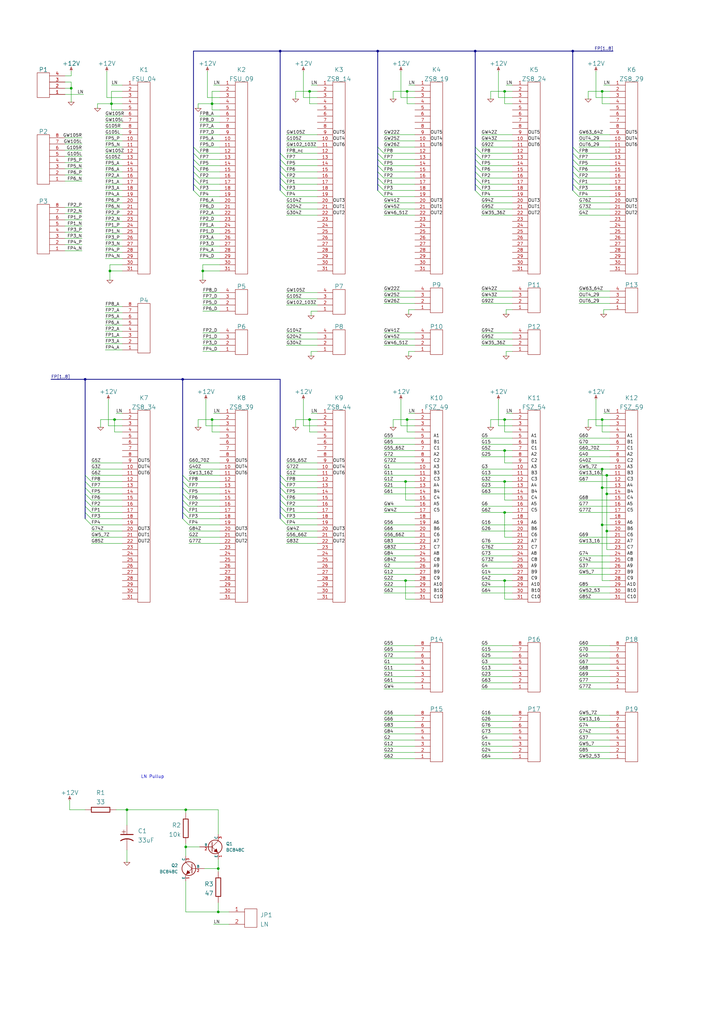
<source format=kicad_sch>
(kicad_sch (version 20211123) (generator eeschema)
  (paper "A3" portrait)
  (title_block (title "Bahnhof B Etage 31\\nBackplane") (date "2023-01-04") (rev "0435 -") (company "MV"))
  (junction (at 83.185 111.125))
  (junction (at 207.01 210.185))
  (junction (at 207.01 172.085))
  (junction (at 207.01 238.125))
  (junction (at 167.005 37.465))
  (junction (at 247.015 200.025))
  (junction (at 86.995 172.085))
  (junction (at 194.945 20.955))
  (junction (at 248.92 217.805))
  (junction (at 248.92 202.565))
  (junction (at 166.37 238.125))
  (junction (at 52.07 332.105))
  (junction (at 29.21 36.195))
  (junction (at 45.72 42.545))
  (junction (at 154.94 20.955))
  (junction (at 45.085 111.125))
  (junction (at 89.535 374.015))
  (junction (at 46.99 172.085))
  (junction (at 114.935 20.955))
  (junction (at 247.015 37.465))
  (junction (at 89.535 356.235))
  (junction (at 247.015 215.265))
  (junction (at 76.2 347.345))
  (junction (at 127 37.465))
  (junction (at 34.925 155.575))
  (junction (at 248.92 194.945))
  (junction (at 207.01 184.785))
  (junction (at 234.95 20.955))
  (junction (at 166.37 197.485))
  (junction (at 86.995 42.545))
  (junction (at 207.01 197.485))
  (junction (at 247.015 172.085))
  (junction (at 76.2 332.105))
  (junction (at 74.93 155.575))
  (junction (at 247.015 192.405))
  (junction (at 207.01 37.465))
  (junction (at 167.005 172.085))
  (junction (at 127 172.085))
  (bus_entry (at 79.375 78.105) (size 2.54 2.54))
  (bus_entry (at 154.94 70.485) (size 2.54 2.54))
  (bus_entry (at 114.935 67.945) (size 2.54 2.54))
  (bus_entry (at 114.935 73.025) (size 2.54 2.54))
  (bus_entry (at 79.375 62.865) (size 2.54 2.54))
  (bus_entry (at 34.925 207.645) (size 2.54 2.54))
  (bus_entry (at 34.925 194.945) (size 2.54 2.54))
  (bus_entry (at 79.375 60.325) (size 2.54 2.54))
  (bus_entry (at 114.935 212.725) (size 2.54 2.54))
  (bus_entry (at 79.375 75.565) (size 2.54 2.54))
  (bus_entry (at 114.935 70.485) (size 2.54 2.54))
  (bus_entry (at 234.95 62.865) (size 2.54 2.54))
  (bus_entry (at 194.945 78.105) (size 2.54 2.54))
  (bus_entry (at 114.935 194.945) (size 2.54 2.54))
  (bus_entry (at 114.935 197.485) (size 2.54 2.54))
  (bus_entry (at 234.95 60.325) (size 2.54 2.54))
  (bus_entry (at 194.945 65.405) (size 2.54 2.54))
  (bus_entry (at 79.375 67.945) (size 2.54 2.54))
  (bus_entry (at 74.93 205.105) (size 2.54 2.54))
  (bus_entry (at 74.93 207.645) (size 2.54 2.54))
  (bus_entry (at 34.925 202.565) (size 2.54 2.54))
  (bus_entry (at 114.935 202.565) (size 2.54 2.54))
  (bus_entry (at 194.945 73.025) (size 2.54 2.54))
  (bus_entry (at 194.945 70.485) (size 2.54 2.54))
  (bus_entry (at 114.935 205.105) (size 2.54 2.54))
  (bus_entry (at 154.94 67.945) (size 2.54 2.54))
  (bus_entry (at 234.95 75.565) (size 2.54 2.54))
  (bus_entry (at 79.375 70.485) (size 2.54 2.54))
  (bus_entry (at 34.925 210.185) (size 2.54 2.54))
  (bus_entry (at 234.95 70.485) (size 2.54 2.54))
  (bus_entry (at 234.95 67.945) (size 2.54 2.54))
  (bus_entry (at 114.935 78.105) (size 2.54 2.54))
  (bus_entry (at 74.93 212.725) (size 2.54 2.54))
  (bus_entry (at 114.935 200.025) (size 2.54 2.54))
  (bus_entry (at 154.94 78.105) (size 2.54 2.54))
  (bus_entry (at 74.93 197.485) (size 2.54 2.54))
  (bus_entry (at 74.93 210.185) (size 2.54 2.54))
  (bus_entry (at 154.94 73.025) (size 2.54 2.54))
  (bus_entry (at 74.93 202.565) (size 2.54 2.54))
  (bus_entry (at 34.925 212.725) (size 2.54 2.54))
  (bus_entry (at 194.945 60.325) (size 2.54 2.54))
  (bus_entry (at 154.94 60.325) (size 2.54 2.54))
  (bus_entry (at 34.925 197.485) (size 2.54 2.54))
  (bus_entry (at 79.375 65.405) (size 2.54 2.54))
  (bus_entry (at 34.925 200.025) (size 2.54 2.54))
  (bus_entry (at 114.935 207.645) (size 2.54 2.54))
  (bus_entry (at 74.93 200.025) (size 2.54 2.54))
  (bus_entry (at 234.95 73.025) (size 2.54 2.54))
  (bus_entry (at 114.935 65.405) (size 2.54 2.54))
  (bus_entry (at 79.375 73.025) (size 2.54 2.54))
  (bus_entry (at 34.925 205.105) (size 2.54 2.54))
  (bus_entry (at 194.945 67.945) (size 2.54 2.54))
  (bus_entry (at 154.94 62.865) (size 2.54 2.54))
  (bus_entry (at 194.945 62.865) (size 2.54 2.54))
  (bus_entry (at 114.935 62.865) (size 2.54 2.54))
  (bus_entry (at 114.935 210.185) (size 2.54 2.54))
  (bus_entry (at 234.95 78.105) (size 2.54 2.54))
  (bus_entry (at 74.93 194.945) (size 2.54 2.54))
  (bus_entry (at 154.94 65.405) (size 2.54 2.54))
  (bus_entry (at 234.95 65.405) (size 2.54 2.54))
  (bus_entry (at 114.935 75.565) (size 2.54 2.54))
  (bus_entry (at 194.945 75.565) (size 2.54 2.54))
  (bus_entry (at 154.94 75.565) (size 2.54 2.54))
  (wire (pts (xy 50.165 60.325) (xy 43.18 60.325)))
  (bus (pts (xy 34.925 205.105) (xy 34.925 202.565)))
  (wire (pts (xy 37.465 192.405) (xy 50.165 192.405)))
  (wire (pts (xy 50.165 78.105) (xy 43.18 78.105)))
  (wire (pts (xy 52.07 332.105) (xy 52.07 338.455)))
  (bus (pts (xy 114.935 200.025) (xy 114.935 197.485)))
  (wire (pts (xy 237.49 119.38) (xy 250.19 119.38)))
  (wire (pts (xy 117.475 192.405) (xy 130.175 192.405)))
  (wire (pts (xy 237.49 295.91) (xy 250.19 295.91)))
  (wire (pts (xy 197.485 124.46) (xy 210.185 124.46)))
  (wire (pts (xy 244.475 174.625) (xy 250.19 174.625)))
  (wire (pts (xy 41.275 172.085) (xy 46.99 172.085)))
  (wire (pts (xy 50.165 125.73) (xy 43.18 125.73)))
  (wire (pts (xy 164.465 174.625) (xy 170.18 174.625)))
  (wire (pts (xy 50.165 75.565) (xy 43.18 75.565)))
  (wire (pts (xy 117.475 83.185) (xy 130.175 83.185)))
  (wire (pts (xy 50.165 62.865) (xy 43.18 62.865)))
  (wire (pts (xy 50.165 37.465) (xy 45.72 37.465)))
  (bus (pts (xy 79.375 65.405) (xy 79.375 62.865)))
  (bus (pts (xy 194.945 67.945) (xy 194.945 65.405)))
  (bus (pts (xy 74.93 207.645) (xy 74.93 205.105)))
  (wire (pts (xy 45.72 45.085) (xy 50.165 45.085)))
  (wire (pts (xy 161.29 175.26) (xy 161.29 172.085)))
  (wire (pts (xy 77.47 212.725) (xy 90.17 212.725)))
  (wire (pts (xy 41.275 175.26) (xy 41.275 172.085)))
  (wire (pts (xy 197.485 85.725) (xy 210.185 85.725)))
  (wire (pts (xy 77.47 202.565) (xy 90.17 202.565)))
  (wire (pts (xy 167.005 177.165) (xy 170.18 177.165)))
  (wire (pts (xy 50.165 128.27) (xy 43.18 128.27)))
  (wire (pts (xy 90.17 120.015) (xy 83.185 120.015)))
  (wire (pts (xy 248.92 202.565) (xy 248.92 217.805)))
  (wire (pts (xy 117.475 136.525) (xy 130.175 136.525)))
  (bus (pts (xy 114.935 202.565) (xy 114.935 200.025)))
  (wire (pts (xy 197.485 295.91) (xy 210.185 295.91)))
  (wire (pts (xy 117.475 80.645) (xy 130.175 80.645)))
  (wire (pts (xy 157.48 78.105) (xy 170.18 78.105)))
  (wire (pts (xy 84.455 174.625) (xy 90.17 174.625)))
  (wire (pts (xy 247.015 215.265) (xy 247.015 238.125)))
  (wire (pts (xy 237.49 182.245) (xy 250.19 182.245)))
  (wire (pts (xy 81.915 106.045) (xy 90.17 106.045)))
  (wire (pts (xy 237.49 70.485) (xy 250.19 70.485)))
  (wire (pts (xy 50.165 98.425) (xy 43.18 98.425)))
  (wire (pts (xy 197.485 264.795) (xy 210.185 264.795)))
  (wire (pts (xy 157.48 295.91) (xy 170.18 295.91)))
  (wire (pts (xy 247.015 200.025) (xy 247.015 215.265)))
  (wire (pts (xy 37.465 207.645) (xy 50.165 207.645)))
  (wire (pts (xy 81.915 88.265) (xy 90.17 88.265)))
  (wire (pts (xy 26.67 31.115) (xy 29.21 31.115)))
  (wire (pts (xy 210.185 172.085) (xy 207.01 172.085)))
  (wire (pts (xy 117.475 73.025) (xy 130.175 73.025)))
  (wire (pts (xy 167.005 172.085) (xy 167.005 177.165)))
  (wire (pts (xy 201.295 172.085) (xy 207.01 172.085)))
  (wire (pts (xy 81.915 103.505) (xy 90.17 103.505)))
  (wire (pts (xy 130.175 172.085) (xy 127 172.085)))
  (wire (pts (xy 87.63 169.545) (xy 90.17 169.545)))
  (wire (pts (xy 201.295 40.64) (xy 201.295 37.465)))
  (wire (pts (xy 237.49 67.945) (xy 250.19 67.945)))
  (wire (pts (xy 197.485 282.575) (xy 210.185 282.575)))
  (wire (pts (xy 197.485 243.205) (xy 210.185 243.205)))
  (wire (pts (xy 237.49 73.025) (xy 250.19 73.025)))
  (wire (pts (xy 157.48 119.38) (xy 170.18 119.38)))
  (wire (pts (xy 117.475 60.325) (xy 130.175 60.325)))
  (wire (pts (xy 157.48 67.945) (xy 170.18 67.945)))
  (wire (pts (xy 197.485 210.185) (xy 207.01 210.185)))
  (bus (pts (xy 74.93 212.725) (xy 74.93 210.185)))
  (wire (pts (xy 81.28 172.085) (xy 86.995 172.085)))
  (wire (pts (xy 157.48 243.205) (xy 170.18 243.205)))
  (wire (pts (xy 50.165 65.405) (xy 43.18 65.405)))
  (wire (pts (xy 166.37 238.125) (xy 170.18 238.125)))
  (wire (pts (xy 76.2 374.015) (xy 89.535 374.015)))
  (wire (pts (xy 237.49 75.565) (xy 250.19 75.565)))
  (wire (pts (xy 47.625 169.545) (xy 50.165 169.545)))
  (wire (pts (xy 26.67 64.135) (xy 33.655 64.135)))
  (wire (pts (xy 197.485 80.645) (xy 210.185 80.645)))
  (wire (pts (xy 197.485 233.045) (xy 210.185 233.045)))
  (wire (pts (xy 237.49 267.335) (xy 250.19 267.335)))
  (wire (pts (xy 50.165 47.625) (xy 43.18 47.625)))
  (wire (pts (xy 157.48 293.37) (xy 170.18 293.37)))
  (wire (pts (xy 207.01 220.345) (xy 210.185 220.345)))
  (wire (pts (xy 117.475 65.405) (xy 130.175 65.405)))
  (wire (pts (xy 81.915 62.865) (xy 90.17 62.865)))
  (wire (pts (xy 50.165 135.89) (xy 43.18 135.89)))
  (wire (pts (xy 89.535 370.205) (xy 89.535 374.015)))
  (wire (pts (xy 157.48 282.575) (xy 170.18 282.575)))
  (wire (pts (xy 197.485 230.505) (xy 210.185 230.505)))
  (wire (pts (xy 166.37 197.485) (xy 170.18 197.485)))
  (wire (pts (xy 237.49 57.785) (xy 250.19 57.785)))
  (wire (pts (xy 37.465 194.945) (xy 50.165 194.945)))
  (wire (pts (xy 167.005 42.545) (xy 170.18 42.545)))
  (bus (pts (xy 34.925 200.025) (xy 34.925 197.485)))
  (wire (pts (xy 117.475 212.725) (xy 130.175 212.725)))
  (wire (pts (xy 237.49 293.37) (xy 250.19 293.37)))
  (wire (pts (xy 157.48 264.795) (xy 170.18 264.795)))
  (wire (pts (xy 26.67 36.195) (xy 29.21 36.195)))
  (wire (pts (xy 43.815 29.21) (xy 43.815 40.005)))
  (wire (pts (xy 90.17 122.555) (xy 83.185 122.555)))
  (wire (pts (xy 81.915 347.345) (xy 76.2 347.345)))
  (wire (pts (xy 157.48 194.945) (xy 170.18 194.945)))
  (wire (pts (xy 204.47 29.21) (xy 204.47 40.005)))
  (wire (pts (xy 247.015 192.405) (xy 247.015 200.025)))
  (wire (pts (xy 207.645 169.545) (xy 210.185 169.545)))
  (bus (pts (xy 79.375 70.485) (xy 79.375 67.945)))
  (wire (pts (xy 197.485 192.405) (xy 210.185 192.405)))
  (wire (pts (xy 197.485 225.425) (xy 210.185 225.425)))
  (wire (pts (xy 237.49 277.495) (xy 250.19 277.495)))
  (wire (pts (xy 76.2 346.075) (xy 76.2 347.345)))
  (wire (pts (xy 237.49 124.46) (xy 250.19 124.46)))
  (wire (pts (xy 157.48 189.865) (xy 170.18 189.865)))
  (wire (pts (xy 197.485 78.105) (xy 210.185 78.105)))
  (wire (pts (xy 207.01 197.485) (xy 210.185 197.485)))
  (wire (pts (xy 237.49 192.405) (xy 247.015 192.405)))
  (bus (pts (xy 194.945 65.405) (xy 194.945 62.865)))
  (wire (pts (xy 247.015 172.085) (xy 247.015 177.165)))
  (bus (pts (xy 74.93 155.575) (xy 114.935 155.575)))
  (wire (pts (xy 37.465 220.345) (xy 50.165 220.345)))
  (wire (pts (xy 44.45 163.83) (xy 44.45 174.625)))
  (bus (pts (xy 234.95 20.955) (xy 251.46 20.955)))
  (wire (pts (xy 157.48 80.645) (xy 170.18 80.645)))
  (wire (pts (xy 50.165 138.43) (xy 43.18 138.43)))
  (wire (pts (xy 207.01 177.165) (xy 210.185 177.165)))
  (wire (pts (xy 237.49 184.785) (xy 250.19 184.785)))
  (wire (pts (xy 81.915 85.725) (xy 90.17 85.725)))
  (wire (pts (xy 127 42.545) (xy 130.175 42.545)))
  (wire (pts (xy 197.485 119.38) (xy 210.185 119.38)))
  (wire (pts (xy 237.49 205.105) (xy 250.19 205.105)))
  (wire (pts (xy 93.98 379.095) (xy 87.63 379.095)))
  (wire (pts (xy 117.475 88.265) (xy 130.175 88.265)))
  (wire (pts (xy 197.485 60.325) (xy 210.185 60.325)))
  (wire (pts (xy 50.165 52.705) (xy 43.18 52.705)))
  (bus (pts (xy 194.945 75.565) (xy 194.945 73.025)))
  (wire (pts (xy 44.45 174.625) (xy 50.165 174.625)))
  (wire (pts (xy 77.47 210.185) (xy 90.17 210.185)))
  (bus (pts (xy 114.935 20.955) (xy 154.94 20.955)))
  (wire (pts (xy 241.3 40.64) (xy 241.3 37.465)))
  (wire (pts (xy 50.165 100.965) (xy 43.18 100.965)))
  (wire (pts (xy 90.17 139.065) (xy 83.185 139.065)))
  (wire (pts (xy 26.67 61.595) (xy 33.655 61.595)))
  (wire (pts (xy 237.49 222.885) (xy 250.19 222.885)))
  (bus (pts (xy 114.935 70.485) (xy 114.935 67.945)))
  (wire (pts (xy 127.635 129.54) (xy 127.635 127.635)))
  (bus (pts (xy 234.95 73.025) (xy 234.95 70.485)))
  (wire (pts (xy 89.535 332.105) (xy 76.2 332.105)))
  (wire (pts (xy 45.085 108.585) (xy 45.085 111.125)))
  (wire (pts (xy 237.49 311.15) (xy 250.19 311.15)))
  (wire (pts (xy 197.485 65.405) (xy 210.185 65.405)))
  (wire (pts (xy 81.915 83.185) (xy 90.17 83.185)))
  (wire (pts (xy 157.48 200.025) (xy 170.18 200.025)))
  (wire (pts (xy 197.485 311.15) (xy 210.185 311.15)))
  (wire (pts (xy 157.48 57.785) (xy 170.18 57.785)))
  (bus (pts (xy 114.935 65.405) (xy 114.935 62.865)))
  (wire (pts (xy 157.48 85.725) (xy 170.18 85.725)))
  (wire (pts (xy 157.48 187.325) (xy 170.18 187.325)))
  (wire (pts (xy 197.485 280.035) (xy 210.185 280.035)))
  (wire (pts (xy 89.535 332.105) (xy 89.535 342.265)))
  (bus (pts (xy 154.94 20.955) (xy 194.945 20.955)))
  (wire (pts (xy 167.64 169.545) (xy 170.18 169.545)))
  (wire (pts (xy 50.165 57.785) (xy 43.18 57.785)))
  (wire (pts (xy 197.485 240.665) (xy 210.185 240.665)))
  (wire (pts (xy 237.49 308.61) (xy 250.19 308.61)))
  (wire (pts (xy 166.37 238.125) (xy 166.37 245.745)))
  (wire (pts (xy 197.485 227.965) (xy 210.185 227.965)))
  (wire (pts (xy 81.915 50.165) (xy 90.17 50.165)))
  (wire (pts (xy 77.47 205.105) (xy 90.17 205.105)))
  (wire (pts (xy 117.475 55.245) (xy 130.175 55.245)))
  (wire (pts (xy 237.49 78.105) (xy 250.19 78.105)))
  (wire (pts (xy 89.535 352.425) (xy 89.535 356.235)))
  (wire (pts (xy 247.65 34.925) (xy 250.19 34.925)))
  (wire (pts (xy 130.175 37.465) (xy 127 37.465)))
  (bus (pts (xy 154.94 73.025) (xy 154.94 70.485)))
  (wire (pts (xy 50.165 133.35) (xy 43.18 133.35)))
  (wire (pts (xy 26.67 87.63) (xy 33.655 87.63)))
  (bus (pts (xy 34.925 207.645) (xy 34.925 205.105)))
  (wire (pts (xy 247.015 177.165) (xy 250.19 177.165)))
  (wire (pts (xy 83.185 108.585) (xy 90.17 108.585)))
  (wire (pts (xy 237.49 245.745) (xy 250.19 245.745)))
  (wire (pts (xy 237.49 197.485) (xy 250.19 197.485)))
  (wire (pts (xy 161.29 40.64) (xy 161.29 37.465)))
  (wire (pts (xy 237.49 60.325) (xy 250.19 60.325)))
  (wire (pts (xy 81.915 90.805) (xy 90.17 90.805)))
  (wire (pts (xy 127.635 146.05) (xy 127.635 144.145)))
  (wire (pts (xy 237.49 227.965) (xy 250.19 227.965)))
  (wire (pts (xy 197.485 222.885) (xy 210.185 222.885)))
  (bus (pts (xy 194.945 70.485) (xy 194.945 67.945)))
  (wire (pts (xy 40.005 42.545) (xy 40.005 44.45)))
  (wire (pts (xy 117.475 120.015) (xy 130.175 120.015)))
  (wire (pts (xy 197.485 300.99) (xy 210.185 300.99)))
  (wire (pts (xy 77.47 215.265) (xy 90.17 215.265)))
  (wire (pts (xy 237.49 282.575) (xy 250.19 282.575)))
  (bus (pts (xy 234.95 75.565) (xy 234.95 73.025)))
  (wire (pts (xy 90.17 37.465) (xy 86.995 37.465)))
  (wire (pts (xy 124.46 40.005) (xy 130.175 40.005)))
  (wire (pts (xy 157.48 210.185) (xy 170.18 210.185)))
  (wire (pts (xy 207.01 245.745) (xy 210.185 245.745)))
  (bus (pts (xy 114.935 205.105) (xy 114.935 202.565)))
  (wire (pts (xy 90.17 144.145) (xy 83.185 144.145)))
  (wire (pts (xy 157.48 141.605) (xy 170.18 141.605)))
  (wire (pts (xy 83.185 111.125) (xy 90.17 111.125)))
  (bus (pts (xy 34.925 212.725) (xy 34.925 210.185)))
  (wire (pts (xy 197.485 194.945) (xy 210.185 194.945)))
  (wire (pts (xy 45.085 111.125) (xy 45.085 114.935)))
  (wire (pts (xy 167.64 127) (xy 170.18 127)))
  (bus (pts (xy 114.935 67.945) (xy 114.935 65.405)))
  (wire (pts (xy 157.48 139.065) (xy 170.18 139.065)))
  (wire (pts (xy 207.01 42.545) (xy 210.185 42.545)))
  (wire (pts (xy 237.49 233.045) (xy 250.19 233.045)))
  (wire (pts (xy 81.915 75.565) (xy 90.17 75.565)))
  (wire (pts (xy 164.465 40.005) (xy 170.18 40.005)))
  (wire (pts (xy 237.49 80.645) (xy 250.19 80.645)))
  (wire (pts (xy 237.49 189.865) (xy 250.19 189.865)))
  (wire (pts (xy 207.01 184.785) (xy 210.185 184.785)))
  (wire (pts (xy 127 177.165) (xy 130.175 177.165)))
  (wire (pts (xy 237.49 264.795) (xy 250.19 264.795)))
  (wire (pts (xy 197.485 55.245) (xy 210.185 55.245)))
  (wire (pts (xy 26.67 69.215) (xy 33.655 69.215)))
  (wire (pts (xy 26.67 38.735) (xy 34.29 38.735)))
  (wire (pts (xy 244.475 163.83) (xy 244.475 174.625)))
  (wire (pts (xy 50.165 85.725) (xy 43.18 85.725)))
  (wire (pts (xy 26.67 85.09) (xy 33.655 85.09)))
  (wire (pts (xy 197.485 187.325) (xy 210.185 187.325)))
  (wire (pts (xy 90.17 141.605) (xy 83.185 141.605)))
  (wire (pts (xy 81.915 93.345) (xy 90.17 93.345)))
  (wire (pts (xy 237.49 207.645) (xy 250.19 207.645)))
  (wire (pts (xy 157.48 308.61) (xy 170.18 308.61)))
  (wire (pts (xy 197.485 202.565) (xy 210.185 202.565)))
  (wire (pts (xy 207.01 197.485) (xy 207.01 205.105)))
  (bus (pts (xy 234.95 62.865) (xy 234.95 60.325)))
  (wire (pts (xy 237.49 121.92) (xy 250.19 121.92)))
  (wire (pts (xy 237.49 83.185) (xy 250.19 83.185)))
  (wire (pts (xy 26.67 97.79) (xy 33.655 97.79)))
  (wire (pts (xy 50.165 108.585) (xy 45.085 108.585)))
  (wire (pts (xy 167.64 146.05) (xy 167.64 144.145)))
  (bus (pts (xy 74.93 205.105) (xy 74.93 202.565)))
  (wire (pts (xy 237.49 85.725) (xy 250.19 85.725)))
  (wire (pts (xy 237.49 243.205) (xy 250.19 243.205)))
  (wire (pts (xy 117.475 70.485) (xy 130.175 70.485)))
  (bus (pts (xy 79.375 20.955) (xy 79.375 60.325)))
  (wire (pts (xy 117.475 197.485) (xy 130.175 197.485)))
  (bus (pts (xy 74.93 202.565) (xy 74.93 200.025)))
  (wire (pts (xy 43.815 40.005) (xy 50.165 40.005)))
  (wire (pts (xy 81.915 95.885) (xy 90.17 95.885)))
  (wire (pts (xy 127.635 34.925) (xy 130.175 34.925)))
  (bus (pts (xy 114.935 73.025) (xy 114.935 70.485)))
  (wire (pts (xy 157.48 217.805) (xy 170.18 217.805)))
  (wire (pts (xy 50.165 93.345) (xy 43.18 93.345)))
  (wire (pts (xy 121.285 37.465) (xy 127 37.465)))
  (wire (pts (xy 81.915 47.625) (xy 90.17 47.625)))
  (wire (pts (xy 85.09 40.005) (xy 90.17 40.005)))
  (wire (pts (xy 81.28 175.26) (xy 81.28 172.085)))
  (wire (pts (xy 170.18 37.465) (xy 167.005 37.465)))
  (wire (pts (xy 77.47 200.025) (xy 90.17 200.025)))
  (wire (pts (xy 247.015 192.405) (xy 250.19 192.405)))
  (wire (pts (xy 76.2 361.315) (xy 76.2 374.015)))
  (wire (pts (xy 50.165 90.805) (xy 43.18 90.805)))
  (bus (pts (xy 154.94 70.485) (xy 154.94 67.945)))
  (wire (pts (xy 124.46 29.21) (xy 124.46 40.005)))
  (bus (pts (xy 114.935 207.645) (xy 114.935 205.105)))
  (wire (pts (xy 45.72 42.545) (xy 40.005 42.545)))
  (wire (pts (xy 247.015 238.125) (xy 250.19 238.125)))
  (wire (pts (xy 237.49 240.665) (xy 250.19 240.665)))
  (wire (pts (xy 87.63 34.925) (xy 90.17 34.925)))
  (wire (pts (xy 121.285 40.64) (xy 121.285 37.465)))
  (wire (pts (xy 237.49 179.705) (xy 250.19 179.705)))
  (wire (pts (xy 247.015 42.545) (xy 250.19 42.545)))
  (wire (pts (xy 81.915 57.785) (xy 90.17 57.785)))
  (wire (pts (xy 197.485 238.125) (xy 207.01 238.125)))
  (wire (pts (xy 237.49 274.955) (xy 250.19 274.955)))
  (wire (pts (xy 197.485 179.705) (xy 210.185 179.705)))
  (wire (pts (xy 207.01 238.125) (xy 210.185 238.125)))
  (wire (pts (xy 81.915 70.485) (xy 90.17 70.485)))
  (wire (pts (xy 37.465 217.805) (xy 50.165 217.805)))
  (wire (pts (xy 167.64 128.905) (xy 167.64 127)))
  (wire (pts (xy 50.165 140.97) (xy 43.18 140.97)))
  (wire (pts (xy 166.37 197.485) (xy 166.37 205.105)))
  (wire (pts (xy 157.48 277.495) (xy 170.18 277.495)))
  (wire (pts (xy 90.17 127.635) (xy 83.185 127.635)))
  (wire (pts (xy 117.475 202.565) (xy 130.175 202.565)))
  (wire (pts (xy 197.485 184.785) (xy 207.01 184.785)))
  (wire (pts (xy 76.2 347.345) (xy 76.2 351.155)))
  (wire (pts (xy 37.465 202.565) (xy 50.165 202.565)))
  (wire (pts (xy 90.17 136.525) (xy 83.185 136.525)))
  (wire (pts (xy 157.48 88.265) (xy 170.18 88.265)))
  (wire (pts (xy 248.92 202.565) (xy 250.19 202.565)))
  (wire (pts (xy 197.485 235.585) (xy 210.185 235.585)))
  (wire (pts (xy 157.48 240.665) (xy 170.18 240.665)))
  (bus (pts (xy 79.375 67.945) (xy 79.375 65.405)))
  (wire (pts (xy 241.3 37.465) (xy 247.015 37.465)))
  (wire (pts (xy 237.49 187.325) (xy 250.19 187.325)))
  (wire (pts (xy 50.165 106.045) (xy 43.18 106.045)))
  (wire (pts (xy 45.72 37.465) (xy 45.72 42.545)))
  (wire (pts (xy 157.48 269.875) (xy 170.18 269.875)))
  (wire (pts (xy 201.295 175.26) (xy 201.295 172.085)))
  (wire (pts (xy 77.47 217.805) (xy 90.17 217.805)))
  (wire (pts (xy 157.48 230.505) (xy 170.18 230.505)))
  (wire (pts (xy 197.485 62.865) (xy 210.185 62.865)))
  (bus (pts (xy 194.945 62.865) (xy 194.945 60.325)))
  (wire (pts (xy 237.49 298.45) (xy 250.19 298.45)))
  (wire (pts (xy 117.475 122.555) (xy 130.175 122.555)))
  (wire (pts (xy 89.535 356.235) (xy 89.535 357.505)))
  (bus (pts (xy 154.94 67.945) (xy 154.94 65.405)))
  (wire (pts (xy 157.48 65.405) (xy 170.18 65.405)))
  (wire (pts (xy 86.995 172.085) (xy 86.995 177.165)))
  (bus (pts (xy 79.375 78.105) (xy 79.375 75.565)))
  (bus (pts (xy 234.95 65.405) (xy 234.95 62.865)))
  (wire (pts (xy 207.645 144.145) (xy 210.185 144.145)))
  (wire (pts (xy 117.475 141.605) (xy 130.175 141.605)))
  (wire (pts (xy 237.49 280.035) (xy 250.19 280.035)))
  (wire (pts (xy 127 37.465) (xy 127 42.545)))
  (wire (pts (xy 210.185 37.465) (xy 207.01 37.465)))
  (wire (pts (xy 207.01 172.085) (xy 207.01 177.165)))
  (wire (pts (xy 50.165 55.245) (xy 43.18 55.245)))
  (wire (pts (xy 237.49 230.505) (xy 250.19 230.505)))
  (wire (pts (xy 157.48 136.525) (xy 170.18 136.525)))
  (wire (pts (xy 37.465 215.265) (xy 50.165 215.265)))
  (wire (pts (xy 167.005 37.465) (xy 167.005 42.545)))
  (wire (pts (xy 250.19 37.465) (xy 247.015 37.465)))
  (wire (pts (xy 86.995 37.465) (xy 86.995 42.545)))
  (wire (pts (xy 50.165 42.545) (xy 45.72 42.545)))
  (wire (pts (xy 81.915 100.965) (xy 90.17 100.965)))
  (wire (pts (xy 247.015 37.465) (xy 247.015 42.545)))
  (wire (pts (xy 37.465 205.105) (xy 50.165 205.105)))
  (wire (pts (xy 50.165 88.265) (xy 43.18 88.265)))
  (wire (pts (xy 37.465 197.485) (xy 50.165 197.485)))
  (wire (pts (xy 166.37 205.105) (xy 170.18 205.105)))
  (wire (pts (xy 207.01 184.785) (xy 207.01 189.865)))
  (wire (pts (xy 197.485 215.265) (xy 210.185 215.265)))
  (wire (pts (xy 207.01 210.185) (xy 210.185 210.185)))
  (wire (pts (xy 204.47 174.625) (xy 210.185 174.625)))
  (wire (pts (xy 197.485 197.485) (xy 207.01 197.485)))
  (wire (pts (xy 86.995 177.165) (xy 90.17 177.165)))
  (wire (pts (xy 237.49 303.53) (xy 250.19 303.53)))
  (wire (pts (xy 50.165 95.885) (xy 43.18 95.885)))
  (bus (pts (xy 194.945 20.955) (xy 234.95 20.955)))
  (bus (pts (xy 154.94 78.105) (xy 154.94 75.565)))
  (wire (pts (xy 157.48 225.425) (xy 170.18 225.425)))
  (wire (pts (xy 237.49 65.405) (xy 250.19 65.405)))
  (wire (pts (xy 127.635 144.145) (xy 130.175 144.145)))
  (wire (pts (xy 117.475 189.865) (xy 130.175 189.865)))
  (bus (pts (xy 194.945 78.105) (xy 194.945 75.565)))
  (wire (pts (xy 46.99 177.165) (xy 50.165 177.165)))
  (wire (pts (xy 124.46 174.625) (xy 130.175 174.625)))
  (wire (pts (xy 197.485 57.785) (xy 210.185 57.785)))
  (wire (pts (xy 197.485 306.07) (xy 210.185 306.07)))
  (wire (pts (xy 50.165 103.505) (xy 43.18 103.505)))
  (bus (pts (xy 194.945 73.025) (xy 194.945 70.485)))
  (bus (pts (xy 154.94 62.865) (xy 154.94 60.325)))
  (wire (pts (xy 248.92 225.425) (xy 250.19 225.425)))
  (bus (pts (xy 114.935 212.725) (xy 114.935 210.185)))
  (wire (pts (xy 117.475 217.805) (xy 130.175 217.805)))
  (wire (pts (xy 197.485 141.605) (xy 210.185 141.605)))
  (wire (pts (xy 26.67 100.33) (xy 33.655 100.33)))
  (bus (pts (xy 194.945 20.955) (xy 194.945 60.325)))
  (wire (pts (xy 86.995 45.085) (xy 90.17 45.085)))
  (wire (pts (xy 197.485 308.61) (xy 210.185 308.61)))
  (wire (pts (xy 237.49 55.245) (xy 250.19 55.245)))
  (wire (pts (xy 117.475 194.945) (xy 130.175 194.945)))
  (wire (pts (xy 197.485 272.415) (xy 210.185 272.415)))
  (wire (pts (xy 197.485 274.955) (xy 210.185 274.955)))
  (wire (pts (xy 37.465 222.885) (xy 50.165 222.885)))
  (bus (pts (xy 114.935 20.955) (xy 114.935 62.865)))
  (wire (pts (xy 117.475 210.185) (xy 130.175 210.185)))
  (wire (pts (xy 237.49 306.07) (xy 250.19 306.07)))
  (wire (pts (xy 197.485 67.945) (xy 210.185 67.945)))
  (wire (pts (xy 50.165 172.085) (xy 46.99 172.085)))
  (bus (pts (xy 34.925 202.565) (xy 34.925 200.025)))
  (wire (pts (xy 197.485 217.805) (xy 210.185 217.805)))
  (wire (pts (xy 86.995 42.545) (xy 90.17 42.545)))
  (wire (pts (xy 127.635 169.545) (xy 130.175 169.545)))
  (wire (pts (xy 197.485 207.645) (xy 210.185 207.645)))
  (wire (pts (xy 197.485 73.025) (xy 210.185 73.025)))
  (wire (pts (xy 157.48 280.035) (xy 170.18 280.035)))
  (wire (pts (xy 204.47 163.83) (xy 204.47 174.625)))
  (bus (pts (xy 234.95 20.955) (xy 234.95 60.325)))
  (wire (pts (xy 157.48 83.185) (xy 170.18 83.185)))
  (wire (pts (xy 81.915 98.425) (xy 90.17 98.425)))
  (wire (pts (xy 247.015 200.025) (xy 250.19 200.025)))
  (wire (pts (xy 197.485 298.45) (xy 210.185 298.45)))
  (wire (pts (xy 207.01 210.185) (xy 207.01 220.345)))
  (wire (pts (xy 237.49 220.345) (xy 250.19 220.345)))
  (wire (pts (xy 157.48 75.565) (xy 170.18 75.565)))
  (bus (pts (xy 79.375 73.025) (xy 79.375 70.485)))
  (wire (pts (xy 197.485 293.37) (xy 210.185 293.37)))
  (wire (pts (xy 77.47 192.405) (xy 90.17 192.405)))
  (wire (pts (xy 237.49 269.875) (xy 250.19 269.875)))
  (bus (pts (xy 234.95 70.485) (xy 234.95 67.945)))
  (wire (pts (xy 50.165 130.81) (xy 43.18 130.81)))
  (wire (pts (xy 117.475 125.095) (xy 130.175 125.095)))
  (bus (pts (xy 34.925 155.575) (xy 74.93 155.575)))
  (wire (pts (xy 77.47 220.345) (xy 90.17 220.345)))
  (wire (pts (xy 81.915 78.105) (xy 90.17 78.105)))
  (wire (pts (xy 77.47 194.945) (xy 90.17 194.945)))
  (wire (pts (xy 166.37 245.745) (xy 170.18 245.745)))
  (wire (pts (xy 204.47 40.005) (xy 210.185 40.005)))
  (bus (pts (xy 154.94 75.565) (xy 154.94 73.025)))
  (bus (pts (xy 154.94 20.955) (xy 154.94 60.325)))
  (wire (pts (xy 167.64 144.145) (xy 170.18 144.145)))
  (wire (pts (xy 26.67 90.17) (xy 33.655 90.17)))
  (wire (pts (xy 81.915 55.245) (xy 90.17 55.245)))
  (wire (pts (xy 157.48 235.585) (xy 170.18 235.585)))
  (bus (pts (xy 154.94 65.405) (xy 154.94 62.865)))
  (wire (pts (xy 248.92 217.805) (xy 248.92 225.425)))
  (wire (pts (xy 248.92 194.945) (xy 248.92 202.565)))
  (wire (pts (xy 237.49 210.185) (xy 250.19 210.185)))
  (wire (pts (xy 157.48 73.025) (xy 170.18 73.025)))
  (wire (pts (xy 161.29 172.085) (xy 167.005 172.085)))
  (wire (pts (xy 81.915 52.705) (xy 90.17 52.705)))
  (wire (pts (xy 241.3 175.26) (xy 241.3 172.085)))
  (wire (pts (xy 117.475 57.785) (xy 130.175 57.785)))
  (wire (pts (xy 250.19 215.265) (xy 247.015 215.265)))
  (bus (pts (xy 114.935 78.105) (xy 114.935 75.565)))
  (wire (pts (xy 81.28 42.545) (xy 86.995 42.545)))
  (wire (pts (xy 26.67 33.655) (xy 29.21 33.655)))
  (wire (pts (xy 157.48 62.865) (xy 170.18 62.865)))
  (wire (pts (xy 37.465 210.185) (xy 50.165 210.185)))
  (wire (pts (xy 37.465 200.025) (xy 50.165 200.025)))
  (bus (pts (xy 34.925 155.575) (xy 34.925 194.945)))
  (wire (pts (xy 46.99 172.085) (xy 46.99 177.165)))
  (wire (pts (xy 93.98 374.015) (xy 89.535 374.015)))
  (wire (pts (xy 84.455 163.83) (xy 84.455 174.625)))
  (wire (pts (xy 157.48 60.325) (xy 170.18 60.325)))
  (wire (pts (xy 237.49 194.945) (xy 248.92 194.945)))
  (wire (pts (xy 197.485 83.185) (xy 210.185 83.185)))
  (wire (pts (xy 83.82 356.235) (xy 89.535 356.235)))
  (wire (pts (xy 247.65 169.545) (xy 250.19 169.545)))
  (wire (pts (xy 86.995 42.545) (xy 86.995 45.085)))
  (bus (pts (xy 79.375 62.865) (xy 79.375 60.325)))
  (wire (pts (xy 237.49 235.585) (xy 250.19 235.585)))
  (wire (pts (xy 207.645 146.05) (xy 207.645 144.145)))
  (wire (pts (xy 29.21 36.195) (xy 29.21 41.91)))
  (wire (pts (xy 121.285 172.085) (xy 127 172.085)))
  (wire (pts (xy 250.19 172.085) (xy 247.015 172.085)))
  (wire (pts (xy 81.915 65.405) (xy 90.17 65.405)))
  (wire (pts (xy 197.485 139.065) (xy 210.185 139.065)))
  (wire (pts (xy 157.48 272.415) (xy 170.18 272.415)))
  (wire (pts (xy 244.475 40.005) (xy 250.19 40.005)))
  (bus (pts (xy 74.93 200.025) (xy 74.93 197.485)))
  (wire (pts (xy 157.48 202.565) (xy 170.18 202.565)))
  (wire (pts (xy 157.48 220.345) (xy 170.18 220.345)))
  (wire (pts (xy 157.48 197.485) (xy 166.37 197.485)))
  (wire (pts (xy 29.21 31.115) (xy 29.21 29.21)))
  (bus (pts (xy 114.935 210.185) (xy 114.935 207.645)))
  (wire (pts (xy 50.165 70.485) (xy 43.18 70.485)))
  (wire (pts (xy 201.295 37.465) (xy 207.01 37.465)))
  (wire (pts (xy 47.625 332.105) (xy 52.07 332.105)))
  (wire (pts (xy 45.72 42.545) (xy 45.72 45.085)))
  (wire (pts (xy 77.47 207.645) (xy 90.17 207.645)))
  (wire (pts (xy 50.165 67.945) (xy 43.18 67.945)))
  (wire (pts (xy 157.48 303.53) (xy 170.18 303.53)))
  (wire (pts (xy 197.485 182.245) (xy 210.185 182.245)))
  (wire (pts (xy 170.18 172.085) (xy 167.005 172.085)))
  (wire (pts (xy 157.48 70.485) (xy 170.18 70.485)))
  (wire (pts (xy 85.09 29.21) (xy 85.09 40.005)))
  (wire (pts (xy 117.475 75.565) (xy 130.175 75.565)))
  (wire (pts (xy 117.475 67.945) (xy 130.175 67.945)))
  (wire (pts (xy 26.67 56.515) (xy 33.655 56.515)))
  (bus (pts (xy 74.93 210.185) (xy 74.93 207.645)))
  (wire (pts (xy 90.17 172.085) (xy 86.995 172.085)))
  (wire (pts (xy 124.46 163.83) (xy 124.46 174.625)))
  (wire (pts (xy 37.465 189.865) (xy 50.165 189.865)))
  (bus (pts (xy 34.925 155.575) (xy 20.955 155.575)))
  (wire (pts (xy 26.67 102.87) (xy 33.655 102.87)))
  (wire (pts (xy 28.575 332.105) (xy 28.575 328.295)))
  (wire (pts (xy 29.21 33.655) (xy 29.21 36.195)))
  (wire (pts (xy 50.165 80.645) (xy 43.18 80.645)))
  (wire (pts (xy 197.485 70.485) (xy 210.185 70.485)))
  (wire (pts (xy 117.475 139.065) (xy 130.175 139.065)))
  (wire (pts (xy 50.165 83.185) (xy 43.18 83.185)))
  (wire (pts (xy 127.635 127.635) (xy 130.175 127.635)))
  (wire (pts (xy 197.485 277.495) (xy 210.185 277.495)))
  (wire (pts (xy 76.2 332.105) (xy 76.2 333.375)))
  (wire (pts (xy 26.67 66.675) (xy 33.655 66.675)))
  (wire (pts (xy 197.485 200.025) (xy 210.185 200.025)))
  (wire (pts (xy 207.645 127) (xy 210.185 127)))
  (wire (pts (xy 207.645 34.925) (xy 210.185 34.925)))
  (wire (pts (xy 117.475 215.265) (xy 130.175 215.265)))
  (wire (pts (xy 157.48 267.335) (xy 170.18 267.335)))
  (wire (pts (xy 237.49 300.99) (xy 250.19 300.99)))
  (wire (pts (xy 157.48 179.705) (xy 170.18 179.705)))
  (wire (pts (xy 50.165 50.165) (xy 43.18 50.165)))
  (wire (pts (xy 81.28 44.45) (xy 81.28 42.545)))
  (wire (pts (xy 121.285 175.26) (xy 121.285 172.085)))
  (wire (pts (xy 81.915 67.945) (xy 90.17 67.945)))
  (wire (pts (xy 81.915 60.325) (xy 90.17 60.325)))
  (wire (pts (xy 197.485 121.92) (xy 210.185 121.92)))
  (wire (pts (xy 157.48 311.15) (xy 170.18 311.15)))
  (wire (pts (xy 164.465 29.21) (xy 164.465 40.005)))
  (bus (pts (xy 34.925 210.185) (xy 34.925 207.645)))
  (bus (pts (xy 79.375 75.565) (xy 79.375 73.025)))
  (wire (pts (xy 197.485 88.265) (xy 210.185 88.265)))
  (wire (pts (xy 248.92 217.805) (xy 250.19 217.805)))
  (wire (pts (xy 34.925 332.105) (xy 28.575 332.105)))
  (bus (pts (xy 74.93 197.485) (xy 74.93 194.945)))
  (wire (pts (xy 77.47 197.485) (xy 90.17 197.485)))
  (wire (pts (xy 26.67 74.295) (xy 33.655 74.295)))
  (wire (pts (xy 157.48 215.265) (xy 170.18 215.265)))
  (wire (pts (xy 207.01 205.105) (xy 210.185 205.105)))
  (wire (pts (xy 207.01 37.465) (xy 207.01 42.545)))
  (wire (pts (xy 167.64 34.925) (xy 170.18 34.925)))
  (wire (pts (xy 237.49 272.415) (xy 250.19 272.415)))
  (wire (pts (xy 207.01 238.125) (xy 207.01 245.745)))
  (wire (pts (xy 247.65 127) (xy 250.19 127)))
  (wire (pts (xy 26.67 95.25) (xy 33.655 95.25)))
  (wire (pts (xy 81.915 80.645) (xy 90.17 80.645)))
  (wire (pts (xy 207.645 128.905) (xy 207.645 127)))
  (bus (pts (xy 234.95 67.945) (xy 234.95 65.405)))
  (wire (pts (xy 157.48 124.46) (xy 170.18 124.46)))
  (wire (pts (xy 26.67 92.71) (xy 33.655 92.71)))
  (wire (pts (xy 197.485 136.525) (xy 210.185 136.525)))
  (wire (pts (xy 157.48 121.92) (xy 170.18 121.92)))
  (wire (pts (xy 37.465 212.725) (xy 50.165 212.725)))
  (wire (pts (xy 157.48 300.99) (xy 170.18 300.99)))
  (bus (pts (xy 114.935 155.575) (xy 114.935 194.945)))
  (wire (pts (xy 50.165 111.125) (xy 45.085 111.125)))
  (wire (pts (xy 197.485 267.335) (xy 210.185 267.335)))
  (wire (pts (xy 52.07 332.105) (xy 76.2 332.105)))
  (bus (pts (xy 34.925 197.485) (xy 34.925 194.945)))
  (wire (pts (xy 81.915 73.025) (xy 90.17 73.025)))
  (wire (pts (xy 26.67 71.755) (xy 33.655 71.755)))
  (wire (pts (xy 50.165 143.51) (xy 43.18 143.51)))
  (bus (pts (xy 234.95 78.105) (xy 234.95 75.565)))
  (wire (pts (xy 157.48 238.125) (xy 166.37 238.125)))
  (wire (pts (xy 83.185 111.125) (xy 83.185 108.585)))
  (wire (pts (xy 244.475 29.21) (xy 244.475 40.005)))
  (wire (pts (xy 157.48 274.955) (xy 170.18 274.955)))
  (bus (pts (xy 114.935 194.945) (xy 114.935 197.485)))
  (bus (pts (xy 79.375 20.955) (xy 114.935 20.955)))
  (wire (pts (xy 197.485 269.875) (xy 210.185 269.875)))
  (wire (pts (xy 157.48 233.045) (xy 170.18 233.045)))
  (wire (pts (xy 77.47 222.885) (xy 90.17 222.885)))
  (bus (pts (xy 74.93 155.575) (xy 74.93 194.945)))
  (wire (pts (xy 117.475 200.025) (xy 130.175 200.025)))
  (wire (pts (xy 127 172.085) (xy 127 177.165)))
  (wire (pts (xy 50.165 34.925) (xy 45.72 34.925)))
  (wire (pts (xy 83.185 114.935) (xy 83.185 111.125)))
  (wire (pts (xy 157.48 55.245) (xy 170.18 55.245)))
  (wire (pts (xy 52.07 348.615) (xy 52.07 353.695)))
  (wire (pts (xy 241.3 172.085) (xy 247.015 172.085)))
  (wire (pts (xy 157.48 306.07) (xy 170.18 306.07)))
  (wire (pts (xy 117.475 220.345) (xy 130.175 220.345)))
  (wire (pts (xy 197.485 303.53) (xy 210.185 303.53)))
  (wire (pts (xy 90.17 125.095) (xy 83.185 125.095)))
  (wire (pts (xy 117.475 222.885) (xy 130.175 222.885)))
  (wire (pts (xy 50.165 73.025) (xy 43.18 73.025)))
  (wire (pts (xy 117.475 205.105) (xy 130.175 205.105)))
  (wire (pts (xy 26.67 59.055) (xy 33.655 59.055)))
  (wire (pts (xy 157.48 184.785) (xy 170.18 184.785)))
  (wire (pts (xy 157.48 192.405) (xy 170.18 192.405)))
  (wire (pts (xy 247.65 128.905) (xy 247.65 127)))
  (wire (pts (xy 161.29 37.465) (xy 167.005 37.465)))
  (wire (pts (xy 248.92 194.945) (xy 250.19 194.945)))
  (wire (pts (xy 117.475 62.865) (xy 130.175 62.865)))
  (wire (pts (xy 207.01 189.865) (xy 210.185 189.865)))
  (wire (pts (xy 237.49 88.265) (xy 250.19 88.265)))
  (wire (pts (xy 157.48 222.885) (xy 170.18 222.885)))
  (wire (pts (xy 157.48 182.245) (xy 170.18 182.245)))
  (wire (pts (xy 237.49 62.865) (xy 250.19 62.865)))
  (wire (pts (xy 157.48 298.45) (xy 170.18 298.45)))
  (wire (pts (xy 157.48 207.645) (xy 170.18 207.645)))
  (wire (pts (xy 157.48 227.965) (xy 170.18 227.965)))
  (wire (pts (xy 77.47 189.865) (xy 90.17 189.865)))
  (wire (pts (xy 197.485 75.565) (xy 210.185 75.565)))
  (wire (pts (xy 164.465 163.83) (xy 164.465 174.625)))
  (wire (pts (xy 117.475 207.645) (xy 130.175 207.645)))
  (wire (pts (xy 117.475 78.105) (xy 130.175 78.105)))
  (wire (pts (xy 117.475 85.725) (xy 130.175 85.725)))
  (bus (pts (xy 114.935 75.565) (xy 114.935 73.025)))
  (text "LN Pullup" (at 57.785 319.405 0) (effects (font (size 1.27 1.27)) (justify left bottom)))
  (label "B6" (at 217.805 217.805 0))
  (label "G85Z" (at 37.465 222.885 0))
  (label "FP4" (at 81.915 80.645 0))
  (label "OUT4" (at 216.535 57.785 0))
  (label "G76" (at 197.485 222.885 0))
  (label "G85" (at 237.49 240.665 0))
  (label "FP3" (at 77.47 212.725 0))
  (label "A3" (at 177.8 192.405 0))
  (label "G4" (at 197.485 233.045 0))
  (label "FP1" (at 37.465 210.185 0))
  (label "FP7_D" (at 83.185 122.555 0))
  (label "OUT3" (at 56.515 217.805 0))
  (label "G56" (at 157.48 293.37 0))
  (label "GW105L" (at 43.18 50.165 0))
  (label "G105L" (at 33.655 64.135 180))
  (label "FP4" (at 197.485 80.645 0))
  (label "G2Z" (at 157.48 238.125 0))
  (label "FP4_P" (at 43.18 103.505 0))
  (label "G37" (at 237.49 303.53 0))
  (label "G104Z" (at 117.475 136.525 0))
  (label "GW46_51Z" (at 157.48 88.265 0))
  (label "A5" (at 257.175 207.645 0))
  (label "OUT1" (at 256.54 85.725 0))
  (label "FP6" (at 237.49 70.485 0))
  (label "GW4Z" (at 157.48 210.185 0))
  (label "OUT1" (at 96.52 220.345 0))
  (label "FP6" (at 81.915 70.485 0))
  (label "FP5" (at 157.48 67.945 0))
  (label "G76Z" (at 237.49 83.185 0))
  (label "G69" (at 237.49 220.345 0))
  (label "OUT2" (at 56.515 222.885 0))
  (label "G1Z" (at 117.475 194.945 0))
  (label "GW22Z" (at 157.48 119.38 0))
  (label "GW105Z" (at 117.475 55.245 0))
  (label "G16" (at 197.485 215.265 0))
  (label "G72" (at 157.48 269.875 0))
  (label "FP5_P" (at 43.18 57.785 0))
  (label "GW5_7Z" (at 237.49 192.405 0))
  (label "FP1" (at 77.47 210.185 0))
  (label "GW35_36Z" (at 197.485 88.265 0))
  (label "B6" (at 177.8 217.805 0))
  (label "GW5_7Z" (at 237.49 293.37 0))
  (label "GW25Z" (at 157.48 121.92 0))
  (label "G3" (at 197.485 192.405 0))
  (label "G4Z" (at 197.485 238.125 0))
  (label "OUT3" (at 256.54 83.185 0))
  (label "FP5" (at 37.465 202.565 0))
  (label "C1" (at 257.175 184.785 0))
  (label "G77Z" (at 77.47 222.885 0))
  (label "FP5_A" (at 81.915 57.785 0))
  (label "OUT6" (at 216.535 60.325 0))
  (label "A3" (at 257.175 192.405 0))
  (label "C9" (at 177.8 238.125 0))
  (label "G92Z" (at 197.485 124.46 0))
  (label "G77" (at 237.49 280.035 0))
  (label "OUT5" (at 216.535 55.245 0))
  (label "G104Z" (at 117.475 83.185 0))
  (label "FP5" (at 197.485 67.945 0))
  (label "G105R" (at 33.655 61.595 180))
  (label "C10" (at 177.8 245.745 0))
  (label "FP6_N" (at 33.655 74.295 180))
  (label "OUT3" (at 216.535 83.185 0))
  (label "G61" (at 157.48 202.565 0))
  (label "GW41Z" (at 157.48 136.525 0))
  (label "OUT6" (at 256.54 60.325 0))
  (label "FP1" (at 117.475 75.565 0))
  (label "GW13_16" (at 237.49 222.885 0))
  (label "FP2" (at 37.465 207.645 0))
  (label "C3" (at 257.175 197.485 0))
  (label "A9" (at 257.175 233.045 0))
  (label "G25" (at 197.485 187.325 0))
  (label "G84Z" (at 77.47 217.805 0))
  (label "G73Z" (at 237.49 85.725 0))
  (label "FP7" (at 157.48 65.405 0))
  (label "OUT2" (at 136.525 88.265 0))
  (label "FP2" (at 117.475 73.025 0))
  (label "G73Z" (at 197.485 230.505 0))
  (label "G55_65Z" (at 117.475 189.865 0))
  (label "C2" (at 217.805 189.865 0))
  (label "G72Z" (at 157.48 189.865 0))
  (label "FP5_A" (at 43.18 67.945 0))
  (label "C4" (at 257.175 205.105 0))
  (label "FP7" (at 77.47 200.025 0))
  (label "G6Z" (at 197.485 210.185 0))
  (label "FP1_A" (at 43.18 75.565 0))
  (label "FP6_P" (at 33.655 71.755 180))
  (label "C10" (at 257.175 245.745 0))
  (label "G13" (at 197.485 274.955 0))
  (label "C5" (at 217.805 210.185 0))
  (label "OUT6" (at 56.515 194.945 0))
  (label "A4" (at 257.175 200.025 0))
  (label "OUT1" (at 136.525 85.725 0))
  (label "G15" (at 197.485 182.245 0))
  (label "OUT5" (at 256.54 55.245 0))
  (label "LN" (at 207.645 34.925 0))
  (label "G64" (at 197.485 311.15 0))
  (label "FP3" (at 157.48 78.105 0))
  (label "GW26Z" (at 157.48 60.325 0))
  (label "G1Z" (at 157.48 197.485 0))
  (label "G84" (at 157.48 227.965 0))
  (label "OUT3" (at 136.525 83.185 0))
  (label "FP2_D" (at 83.185 136.525 0))
  (label "FP1" (at 117.475 210.185 0))
  (label "B9" (at 257.175 235.585 0))
  (label "G4Z" (at 237.49 88.265 0))
  (label "B3" (at 257.175 194.945 0))
  (label "G304Z" (at 117.475 141.605 0))
  (label "G73" (at 197.485 300.99 0))
  (label "B10" (at 177.8 243.205 0))
  (label "FP2_P" (at 43.18 88.265 0))
  (label "A3" (at 217.805 192.405 0))
  (label "FP8" (at 81.915 62.865 0))
  (label "FP6" (at 37.465 205.105 0))
  (label "LN" (at 167.64 34.925 0))
  (label "LN" (at 127.635 169.545 0))
  (label "FP8_D" (at 81.915 50.165 0))
  (label "C4" (at 217.805 205.105 0))
  (label "GW46_51Z" (at 157.48 141.605 0))
  (label "G74Z" (at 237.49 300.99 0))
  (label "FP7" (at 81.915 65.405 0))
  (label "GW63_64Z" (at 237.49 55.245 0))
  (label "G60" (at 237.49 179.705 0))
  (label "FP8_A" (at 81.915 47.625 0))
  (label "OUT1" (at 56.515 220.345 0))
  (label "FP7_A" (at 43.18 128.27 0))
  (label "A2" (at 257.175 187.325 0))
  (label "OUT5" (at 136.525 55.245 0))
  (label "G60_70Z" (at 77.47 189.865 0))
  (label "GW105R" (at 33.655 56.515 180))
  (label "G40" (at 237.49 187.325 0))
  (label "G2Z" (at 77.47 220.345 0))
  (label "G16" (at 197.485 293.37 0))
  (label "FP[1..8]" (at 243.84 20.955 0))
  (label "A10" (at 217.805 240.665 0))
  (label "GW43Z" (at 197.485 121.92 0))
  (label "GW35_36Z" (at 197.485 141.605 0))
  (label "FP3" (at 237.49 78.105 0))
  (label "GW5_7" (at 237.49 235.585 0))
  (label "OUT5" (at 56.515 189.865 0))
  (label "OUT3" (at 136.525 217.805 0))
  (label "FP5" (at 77.47 202.565 0))
  (label "FP6" (at 77.47 205.105 0))
  (label "G77" (at 237.49 207.645 0))
  (label "G6Z" (at 37.465 194.945 0))
  (label "G95Z" (at 197.485 85.725 0))
  (label "G21" (at 157.48 200.025 0))
  (label "C9" (at 257.175 238.125 0))
  (label "C1" (at 217.805 184.785 0))
  (label "B10" (at 257.175 243.205 0))
  (label "FP8_D" (at 83.185 120.015 0))
  (label "OUT4" (at 136.525 192.405 0))
  (label "G56" (at 157.48 215.265 0))
  (label "GW102_103Z" (at 117.475 60.325 0))
  (label "G70" (at 237.49 182.245 0))
  (label "G23" (at 197.485 277.495 0))
  (label "G24" (at 197.485 308.61 0))
  (label "G5" (at 197.485 264.795 0))
  (label "FP4" (at 117.475 215.265 0))
  (label "G5Z" (at 197.485 184.785 0))
  (label "GW41Z" (at 157.48 83.185 0))
  (label "C6" (at 177.8 220.345 0))
  (label "FP1" (at 81.915 75.565 0))
  (label "C1" (at 177.8 184.785 0))
  (label "G63" (at 197.485 202.565 0))
  (label "G74" (at 237.49 298.45 0))
  (label "C9" (at 217.805 238.125 0))
  (label "G55" (at 157.48 179.705 0))
  (label "GW45Z" (at 157.48 85.725 0))
  (label "G66" (at 157.48 295.91 0))
  (label "G56_66Z" (at 157.48 220.345 0))
  (label "G204Z" (at 117.475 85.725 0))
  (label "FP6_D" (at 81.915 85.725 0))
  (label "FP8" (at 77.47 197.485 0))
  (label "FP4_A" (at 43.18 80.645 0))
  (label "FP5" (at 117.475 67.945 0))
  (label "A4" (at 217.805 200.025 0))
  (label "A1" (at 217.805 179.705 0))
  (label "FP2_N" (at 33.655 87.63 180))
  (label "GW43Z" (at 197.485 57.785 0))
  (label "G72Z" (at 117.475 192.405 0))
  (label "G61" (at 157.48 280.035 0))
  (label "FP8" (at 117.475 197.485 0))
  (label "FP5" (at 117.475 202.565 0))
  (label "G2" (at 157.48 233.045 0))
  (label "FP8" (at 37.465 197.485 0))
  (label "FP7" (at 117.475 200.025 0))
  (label "FP1_P" (at 43.18 93.345 0))
  (label "OUT5" (at 96.52 189.865 0))
  (label "FP3_P" (at 33.655 95.25 180))
  (label "FP3" (at 37.465 212.725 0))
  (label "FP2_A" (at 43.18 73.025 0))
  (label "G84" (at 157.48 300.99 0))
  (label "FP4" (at 117.475 80.645 0))
  (label "C5" (at 177.8 210.185 0))
  (label "B6" (at 257.175 217.805 0))
  (label "FP4" (at 157.48 80.645 0))
  (label "LN" (at 247.65 169.545 0))
  (label "G55_65Z" (at 157.48 184.785 0))
  (label "G77Z" (at 237.49 210.185 0))
  (label "G37" (at 237.49 233.045 0))
  (label "G92Z" (at 197.485 60.325 0))
  (label "G105Z" (at 117.475 122.555 0))
  (label "G63" (at 197.485 280.035 0))
  (label "G3Z" (at 37.465 192.405 0))
  (label "GW63_64Z" (at 237.49 119.38 0))
  (label "A4" (at 177.8 200.025 0))
  (label "G95Z" (at 197.485 139.065 0))
  (label "G62" (at 157.48 243.205 0))
  (label "FP2_N" (at 43.18 90.805 0))
  (label "G68" (at 237.49 274.955 0))
  (label "G4" (at 197.485 303.53 0))
  (label "FP8" (at 157.48 62.865 0))
  (label "G74Z" (at 237.49 230.505 0))
  (label "FP5_P" (at 33.655 66.675 180))
  (label "C8" (at 257.175 230.505 0))
  (label "G105L" (at 43.18 55.245 0))
  (label "FP2" (at 77.47 207.645 0))
  (label "G204Z" (at 117.475 139.065 0))
  (label "OUT3" (at 96.52 217.805 0))
  (label "G26" (at 197.485 217.805 0))
  (label "GW13_16Z" (at 77.47 194.945 0))
  (label "G85" (at 237.49 308.61 0))
  (label "G74Z" (at 37.465 217.805 0))
  (label "G56_66Z" (at 117.475 220.345 0))
  (label "FP7_D" (at 81.915 55.245 0))
  (label "C10" (at 217.805 245.745 0))
  (label "FP1_A" (at 43.18 138.43 0))
  (label "A9" (at 177.8 233.045 0))
  (label "A6" (at 217.805 215.265 0))
  (label "GW45Z" (at 157.48 139.065 0))
  (label "G55" (at 157.48 264.795 0))
  (label "G12" (at 157.48 306.07 0))
  (label "LN" (at 87.63 169.545 0))
  (label "OUT6" (at 96.52 194.945 0))
  (label "C3" (at 177.8 197.485 0))
  (label "A8" (at 257.175 227.965 0))
  (label "OUT4_29" (at 237.49 121.92 0))
  (label "FP7" (at 117.475 65.405 0))
  (label "FP1_D" (at 81.915 95.885 0))
  (label "LN" (at 127.635 34.925 0))
  (label "GW26Z" (at 157.48 124.46 0))
  (label "OUT5" (at 136.525 189.865 0))
  (label "G3Z" (at 197.485 197.485 0))
  (label "FP1_N" (at 33.655 92.71 180))
  (label "FP1" (at 197.485 75.565 0))
  (label "G94Z" (at 197.485 83.185 0))
  (label "OUT6" (at 136.525 60.325 0))
  (label "FP3_A" (at 43.18 140.97 0))
  (label "OUT2" (at 256.54 88.265 0))
  (label "G25" (at 197.485 269.875 0))
  (label "G77Z" (at 237.49 282.575 0))
  (label "FP4" (at 77.47 215.265 0))
  (label "C2" (at 257.175 189.865 0))
  (label "G1" (at 157.48 272.415 0))
  (label "G23" (at 197.485 200.025 0))
  (label "FP7_A" (at 81.915 52.705 0))
  (label "A7" (at 177.8 222.885 0))
  (label "FP5" (at 81.915 67.945 0))
  (label "FP3_D" (at 83.185 141.605 0))
  (label "GW13_16" (at 237.49 295.91 0))
  (label "C3" (at 217.805 197.485 0))
  (label "G22" (at 157.48 240.665 0))
  (label "FP6" (at 157.48 70.485 0))
  (label "OUT1" (at 136.525 220.345 0))
  (label "G105Z" (at 117.475 57.785 0))
  (label "FP3" (at 117.475 212.725 0))
  (label "C6" (at 217.805 220.345 0))
  (label "FP2" (at 157.48 73.025 0))
  (label "GW42Z" (at 197.485 55.245 0))
  (label "FP2_D" (at 81.915 90.805 0))
  (label "G3" (at 197.485 272.415 0))
  (label "FP4_N" (at 33.655 102.87 180))
  (label "G74" (at 237.49 227.965 0))
  (label "B3" (at 217.805 194.945 0))
  (label "FP6" (at 117.475 205.105 0))
  (label "FP1_N" (at 43.18 95.885 0))
  (label "GW5_7" (at 237.49 306.07 0))
  (label "FP3_P" (at 43.18 98.425 0))
  (label "FP6_P" (at 43.18 83.185 0))
  (label "G65" (at 157.48 182.245 0))
  (label "GW52_53" (at 237.49 311.15 0))
  (label "A5" (at 177.8 207.645 0))
  (label "C7" (at 177.8 225.425 0))
  (label "LN" (at 87.63 34.925 0))
  (label "B9" (at 177.8 235.585 0))
  (label "G40Z" (at 237.49 189.865 0))
  (label "G65" (at 157.48 267.335 0))
  (label "G72" (at 157.48 187.325 0))
  (label "OUT4_29" (at 237.49 57.785 0))
  (label "B4" (at 177.8 202.565 0))
  (label "G5" (at 197.485 179.705 0))
  (label "G69" (at 237.49 277.495 0))
  (label "G2" (at 157.48 303.53 0))
  (label "C5" (at 257.175 210.185 0))
  (label "GW4" (at 157.48 207.645 0))
  (label "C6" (at 257.175 220.345 0))
  (label "LN" (at 247.65 34.925 0))
  (label "FP3" (at 117.475 78.105 0))
  (label "FP2" (at 197.485 73.025 0))
  (label "FP4_P" (at 33.655 100.33 180))
  (label "GW42Z" (at 197.485 119.38 0))
  (label "A10" (at 257.175 240.665 0))
  (label "G67" (at 237.49 197.485 0))
  (label "A8" (at 217.805 227.965 0))
  (label "GW105Z" (at 43.18 62.865 0))
  (label "C8" (at 217.805 230.505 0))
  (label "GW22Z" (at 157.48 55.245 0))
  (label "G11" (at 157.48 194.945 0))
  (label "A7" (at 257.175 222.885 0))
  (label "FP6_A" (at 81.915 83.185 0))
  (label "FP6" (at 117.475 70.485 0))
  (label "LN" (at 45.72 34.925 0))
  (label "C8" (at 177.8 230.505 0))
  (label "FP2_P" (at 33.655 85.09 180))
  (label "FP6_N" (at 43.18 85.725 0))
  (label "FP5_D" (at 81.915 60.325 0))
  (label "FP6_A" (at 43.18 133.35 0))
  (label "FP7" (at 197.485 65.405 0))
  (label "GW25Z" (at 157.48 57.785 0))
  (label "OUT4" (at 96.52 192.405 0))
  (label "FP1" (at 157.48 75.565 0))
  (label "LN" (at 167.64 169.545 0))
  (label "OUT1" (at 216.535 85.725 0))
  (label "GW5_7Z" (at 37.465 220.345 0))
  (label "FP8" (at 197.485 62.865 0))
  (label "C4" (at 177.8 205.105 0))
  (label "A5" (at 217.805 207.645 0))
  (label "FP2" (at 81.915 73.025 0))
  (label "G70" (at 237.49 267.335 0))
  (label "G66" (at 157.48 217.805 0))
  (label "FP3" (at 197.485 78.105 0))
  (label "OUT5" (at 176.53 55.245 0))
  (label "G14" (at 197.485 306.07 0))
  (label "A1" (at 257.175 179.705 0))
  (label "FP4_N" (at 43.18 106.045 0))
  (label "GW105Z" (at 117.475 120.015 0))
  (label "FP4_A" (at 43.18 143.51 0))
  (label "G60_70Z" (at 237.49 184.785 0))
  (label "OUT6" (at 136.525 194.945 0))
  (label "OUT2" (at 136.525 222.885 0))
  (label "LN" (at 47.625 169.545 0))
  (label "A7" (at 217.805 222.885 0))
  (label "OUT6_29" (at 237.49 60.325 0))
  (label "A2" (at 217.805 187.325 0))
  (label "FP3_A" (at 81.915 98.425 0))
  (label "B4" (at 257.175 202.565 0))
  (label "G14" (at 197.485 235.585 0))
  (label "FP8_A" (at 43.18 125.73 0))
  (label "FP6_A" (at 43.18 70.485 0))
  (label "FP4_A" (at 81.915 103.505 0))
  (label "GW4Z" (at 117.475 217.805 0))
  (label "FP3_D" (at 81.915 100.965 0))
  (label "C2" (at 177.8 189.865 0))
  (label "LN" (at 34.29 38.735 180))
  (label "FP8_nc" (at 117.475 62.865 0))
  (label "G40Z" (at 77.47 192.405 0))
  (label "G76Z" (at 197.485 225.425 0))
  (label "FP4" (at 37.465 215.265 0))
  (label "FP7" (at 237.49 65.405 0))
  (label "B9" (at 217.805 235.585 0))
  (label "FP7" (at 37.465 200.025 0))
  (label "G76" (at 197.485 298.45 0))
  (label "G60" (at 237.49 264.795 0))
  (label "B1" (at 217.805 182.245 0))
  (label "A9" (at 217.805 233.045 0))
  (label "G13" (at 197.485 194.945 0))
  (label "FP1_A" (at 81.915 93.345 0))
  (label "OUT6" (at 176.53 60.325 0))
  (label "FP1_D" (at 83.185 139.065 0))
  (label "FP3_A" (at 43.18 78.105 0))
  (label "A2" (at 177.8 187.325 0))
  (label "OUT4" (at 256.54 57.785 0))
  (label "FP4_D" (at 81.915 106.045 0))
  (label "B4" (at 217.805 202.565 0))
  (label "OUT2" (at 176.53 88.265 0))
  (label "G26" (at 197.485 295.91 0))
  (label "G22" (at 157.48 308.61 0))
  (label "FP4" (at 237.49 80.645 0))
  (label "B1" (at 177.8 182.245 0))
  (label "G62" (at 157.48 311.15 0))
  (label "A6" (at 177.8 215.265 0))
  (label "FP[1..8]" (at 20.955 155.575 0))
  (label "G68" (at 237.49 205.105 0))
  (label "FP3" (at 81.915 78.105 0))
  (label "FP2" (at 237.49 73.025 0))
  (label "G24" (at 197.485 240.665 0))
  (label "G304Z" (at 117.475 88.265 0))
  (label "B3" (at 177.8 194.945 0))
  (label "G105R" (at 43.18 52.705 0))
  (label "C7" (at 257.175 225.425 0))
  (label "G11" (at 157.48 274.955 0))
  (label "OUT4" (at 176.53 57.785 0))
  (label "G21" (at 157.48 277.495 0))
  (label "OUT6_29" (at 237.49 124.46 0))
  (label "FP4_D" (at 83.185 144.145 0))
  (label "FP5_N" (at 43.18 60.325 0))
  (label "G85Z" (at 237.49 245.745 0))
  (label "OUT1" (at 176.53 85.725 0))
  (label "A1" (at 177.8 179.705 0))
  (label "A8" (at 177.8 227.965 0))
  (label "FP6_D" (at 83.185 127.635 0))
  (label "GW52_53" (at 237.49 243.205 0))
  (label "G40" (at 237.49 269.875 0))
  (label "GW102_103Z" (at 117.475 125.095 0))
  (label "FP5_D" (at 83.185 125.095 0))
  (label "G67" (at 237.49 272.415 0))
  (label "LN" (at 207.645 169.545 0))
  (label "G12" (at 157.48 235.585 0))
  (label "FP2_A" (at 43.18 135.89 0))
  (label "GW105L" (at 33.655 59.055 180))
  (label "G83" (at 157.48 222.885 0))
  (label "G64" (at 197.485 243.205 0))
  (label "OUT3" (at 176.53 83.185 0))
  (label "OUT2" (at 96.52 222.885 0))
  (label "GW105R" (at 43.18 47.625 0))
  (label "G5Z" (at 37.465 189.865 0))
  (label "G83" (at 157.48 298.45 0))
  (label "OUT2" (at 216.535 88.265 0))
  (label "B1" (at 257.175 182.245 0))
  (label "OUT4" (at 56.515 192.405 0))
  (label "FP2_A" (at 81.915 88.265 0))
  (label "OUT4" (at 136.525 57.785 0))
  (label "LN" (at 87.63 379.095 0))
  (label "G84Z" (at 157.48 230.505 0))
  (label "A6" (at 257.175 215.265 0))
  (label "G73" (at 197.485 227.965 0))
  (label "FP3_N" (at 43.18 100.965 0))
  (label "FP8" (at 237.49 62.865 0))
  (label "A10" (at 177.8 240.665 0))
  (label "G6" (at 197.485 282.575 0))
  (label "B10" (at 217.805 243.205 0))
  (label "G83Z" (at 157.48 225.425 0))
  (label "FP1" (at 237.49 75.565 0))
  (label "FP5_N" (at 33.655 69.215 180))
  (label "G6" (at 197.485 207.645 0))
  (label "GW4" (at 157.48 282.575 0))
  (label "FP6" (at 197.485 70.485 0))
  (label "G1" (at 157.48 192.405 0))
  (label "FP3_N" (at 33.655 97.79 180))
  (label "GW13_16Z" (at 237.49 194.945 0))
  (label "G94Z" (at 197.485 136.525 0))
  (label "G15" (at 197.485 267.335 0))
  (label "FP5" (at 237.49 67.945 0))
  (label "G105Z" (at 43.18 65.405 0))
  (label "C7" (at 217.805 225.425 0))
  (label "FP2" (at 117.475 207.645 0))
  (label "G83Z" (at 117.475 222.885 0))
  (label "FP1_P" (at 33.655 90.17 180))
  (label "FP5_A" (at 43.18 130.81 0))
  (symbol (lib_id "base:+12V") (at 84.455 163.83 0) (unit 1)
    (property "Reference" "#PWR0116" (effects hide))
    (property "Value" "+12V" (at 84.455 160.655 0) (effects (font (size 1.778 1.778))))
  )
  (symbol (lib_id "base:CONN_4") (at 259.08 123.19 0) (mirror x) (unit 1)
    (property "Reference" "P13" (at 259.08 116.84 0) (effects (font (size 1.778 1.778))))
    (property "Value" "OUT645_29" (effects hide))
    (property "Footprint" "base:AKL320_04" (effects hide))
  )
  (symbol (lib_id "base:+12V") (at 164.465 163.83 0) (unit 1)
    (property "Reference" "#PWR0114" (effects hide))
    (property "Value" "+12V" (at 164.465 160.655 0) (effects (font (size 1.778 1.778))))
  )
  (symbol (lib_id "base:GND") (at 29.21 41.91 0) (unit 1)
    (property "Reference" "#PWR0135" (effects hide))
    (property "Value" "GND" (effects hide))
  )
  (symbol (lib_id "base:CONN_31") (at 259.08 73.025 0) (unit 1)
    (property "Reference" "K6" (at 259.08 28.575 0) (effects (font (size 1.778 1.778))))
    (property "Value" "ZS8_29" (at 259.08 32.385 0) (effects (font (size 1.778 1.778))))
    (property "Footprint" "base:DIN41617-31_Bu" (effects hide))
  )
  (symbol (lib_id "base:GND") (at 161.29 40.64 0) (unit 1)
    (property "Reference" "#PWR0107" (effects hide))
    (property "Value" "GND" (effects hide))
  )
  (symbol (lib_id "base:CONN_8") (at 179.07 273.685 0) (mirror x) (unit 1)
    (property "Reference" "P14" (at 179.07 262.255 0) (effects (font (size 1.778 1.778))))
    (property "Value" "FSZ_49_1" (effects hide))
    (property "Footprint" "base:AKL320_08" (effects hide))
  )
  (symbol (lib_id "base:CONN_2") (at 102.87 376.555 0) (unit 1)
    (property "Reference" "JP1" (at 106.68 375.285 0) (effects (font (size 1.778 1.778)) (justify left)))
    (property "Value" "LN" (at 106.68 379.095 0) (effects (font (size 1.778 1.778)) (justify left)))
    (property "Footprint" "base:pin_array_1x2" (effects hide))
  )
  (symbol (lib_id "base:CONN_31") (at 259.08 207.645 0) (unit 1)
    (property "Reference" "K12" (at 259.08 163.195 0) (effects (font (size 1.778 1.778))))
    (property "Value" "FSZ_59" (at 259.08 167.005 0) (effects (font (size 1.778 1.778))))
    (property "Footprint" "base:DIN41617-31_Bu" (effects hide))
  )
  (symbol (lib_id "base:CONN_8") (at 219.075 302.26 0) (mirror x) (unit 1)
    (property "Reference" "P17" (at 219.075 290.83 0) (effects (font (size 1.778 1.778))))
    (property "Value" "FSZ_54_2" (effects hide))
    (property "Footprint" "base:AKL320_08" (effects hide))
  )
  (symbol (lib_id "base:CONN_4") (at 17.78 34.925 180) (unit 1)
    (property "Reference" "P1" (at 17.78 28.575 0) (effects (font (size 1.778 1.778))))
    (property "Value" "PWR" (effects hide))
    (property "Footprint" "base:AKL320_04" (effects hide))
  )
  (symbol (lib_id "base:+12V") (at 204.47 163.83 0) (unit 1)
    (property "Reference" "#PWR0126" (effects hide))
    (property "Value" "+12V" (at 204.47 160.655 0) (effects (font (size 1.778 1.778))))
  )
  (symbol (lib_id "base:+12V") (at 29.21 29.21 0) (unit 1)
    (property "Reference" "#PWR0134" (effects hide))
    (property "Value" "+12V" (at 29.21 26.035 0) (effects (font (size 1.778 1.778))))
  )
  (symbol (lib_id "base:+12V") (at 28.575 328.295 0) (unit 1)
    (property "Reference" "#PWR0137" (effects hide))
    (property "Value" "+12V" (at 28.575 325.12 0) (effects (font (size 1.778 1.778))))
  )
  (symbol (lib_id "base:+12V") (at 244.475 29.21 0) (unit 1)
    (property "Reference" "#PWR0119" (effects hide))
    (property "Value" "+12V" (at 244.475 26.035 0) (effects (font (size 1.778 1.778))))
  )
  (symbol (lib_id "base:NPN") (at 78.74 356.235 0) (mirror y) (unit 1)
    (property "Reference" "Q2" (at 73.025 354.9649 0) (effects (justify left)))
    (property "Value" "BC848C" (at 73.025 357.5049 0) (effects (justify left)))
    (property "Footprint" "base:SOT23EBC" (effects hide))
  )
  (symbol (lib_id "base:GND") (at 121.285 175.26 0) (unit 1)
    (property "Reference" "#PWR0115" (effects hide))
    (property "Value" "GND" (effects hide))
  )
  (symbol (lib_id "base:CONN_31") (at 219.075 73.025 0) (unit 1)
    (property "Reference" "K5" (at 219.075 28.575 0) (effects (font (size 1.778 1.778))))
    (property "Value" "ZS8_24" (at 219.075 32.385 0) (effects (font (size 1.778 1.778))))
    (property "Footprint" "base:DIN41617-31_Bu" (effects hide))
  )
  (symbol (lib_id "base:GND") (at 81.28 175.26 0) (unit 1)
    (property "Reference" "#PWR0117" (effects hide))
    (property "Value" "GND" (effects hide))
  )
  (symbol (lib_id "base:GND") (at 127.635 146.05 0) (unit 1)
    (property "Reference" "#PWR0127" (effects hide))
    (property "Value" "GND" (effects hide))
  )
  (symbol (lib_id "base:CONN_31") (at 139.065 207.645 0) (unit 1)
    (property "Reference" "K9" (at 139.065 163.195 0) (effects (font (size 1.778 1.778))))
    (property "Value" "ZS8_44" (at 139.065 167.005 0) (effects (font (size 1.778 1.778))))
    (property "Footprint" "base:DIN41617-31_Bu" (effects hide))
  )
  (symbol (lib_id "base:GND") (at 127.635 129.54 0) (unit 1)
    (property "Reference" "#PWR0130" (effects hide))
    (property "Value" "GND" (effects hide))
  )
  (symbol (lib_id "base:R") (at 76.2 339.725 0) (mirror y) (unit 1)
    (property "Reference" "R2" (at 74.295 338.455 0) (effects (font (size 1.778 1.778)) (justify left)))
    (property "Value" "10k" (at 74.295 342.265 0) (effects (font (size 1.778 1.778)) (justify left)))
    (property "Footprint" "base:R1206" (effects hide))
  )
  (symbol (lib_id "base:GND") (at 167.64 128.905 0) (unit 1)
    (property "Reference" "#PWR0128" (effects hide))
    (property "Value" "GND" (effects hide))
  )
  (symbol (lib_id "base:CONN_31") (at 59.055 207.645 0) (unit 1)
    (property "Reference" "K7" (at 59.055 163.195 0) (effects (font (size 1.778 1.778))))
    (property "Value" "ZS8_34" (at 59.055 167.005 0) (effects (font (size 1.778 1.778))))
    (property "Footprint" "base:DIN41617-31_Bu" (effects hide))
  )
  (symbol (lib_id "base:+12V") (at 244.475 163.83 0) (unit 1)
    (property "Reference" "#PWR0123" (effects hide))
    (property "Value" "+12V" (at 244.475 160.655 0) (effects (font (size 1.778 1.778))))
  )
  (symbol (lib_id "base:CONN_8") (at 219.075 273.685 0) (mirror x) (unit 1)
    (property "Reference" "P16" (at 219.075 262.255 0) (effects (font (size 1.778 1.778))))
    (property "Value" "FSZ_54_1" (effects hide))
    (property "Footprint" "base:AKL320_08" (effects hide))
  )
  (symbol (lib_id "base:CONN_4") (at 219.075 140.335 0) (mirror x) (unit 1)
    (property "Reference" "P12" (at 219.075 133.985 0) (effects (font (size 1.778 1.778))))
    (property "Value" "OUT213_24" (effects hide))
    (property "Footprint" "base:AKL320_04" (effects hide))
  )
  (symbol (lib_id "base:+12V") (at 43.815 29.21 0) (mirror y) (unit 1)
    (property "Reference" "#PWR0102" (effects hide))
    (property "Value" "+12V" (at 43.815 26.035 0) (effects (font (size 1.778 1.778))))
  )
  (symbol (lib_id "base:GND") (at 201.295 175.26 0) (unit 1)
    (property "Reference" "#PWR0125" (effects hide))
    (property "Value" "GND" (effects hide))
  )
  (symbol (lib_id "base:GND") (at 207.645 128.905 0) (unit 1)
    (property "Reference" "#PWR0133" (effects hide))
    (property "Value" "GND" (effects hide))
  )
  (symbol (lib_id "base:+12V") (at 124.46 29.21 0) (unit 1)
    (property "Reference" "#PWR0109" (effects hide))
    (property "Value" "+12V" (at 124.46 26.035 0) (effects (font (size 1.778 1.778))))
  )
  (symbol (lib_id "base:GND") (at 241.3 40.64 0) (unit 1)
    (property "Reference" "#PWR0120" (effects hide))
    (property "Value" "GND" (effects hide))
  )
  (symbol (lib_id "base:CONN_4") (at 99.06 140.335 0) (mirror x) (unit 1)
    (property "Reference" "P6" (at 99.06 133.985 0) (effects (font (size 1.778 1.778))))
    (property "Value" "FPD_4312" (effects hide))
    (property "Footprint" "base:AKL320_04" (effects hide))
  )
  (symbol (lib_id "base:GND") (at 121.285 40.64 0) (unit 1)
    (property "Reference" "#PWR0108" (effects hide))
    (property "Value" "GND" (effects hide))
  )
  (symbol (lib_id "base:+12V") (at 204.47 29.21 0) (unit 1)
    (property "Reference" "#PWR0121" (effects hide))
    (property "Value" "+12V" (at 204.47 26.035 0) (effects (font (size 1.778 1.778))))
  )
  (symbol (lib_id "base:GND") (at 83.185 114.935 0) (unit 1)
    (property "Reference" "#PWR0110" (effects hide))
    (property "Value" "GND" (effects hide))
  )
  (symbol (lib_id "base:R") (at 41.275 332.105 90) (unit 1)
    (property "Reference" "R1" (at 41.275 325.12 90) (effects (font (size 1.778 1.778))))
    (property "Value" "33" (at 41.275 328.93 90) (effects (font (size 1.778 1.778))))
    (property "Footprint" "base:R1206" (effects hide))
  )
  (symbol (lib_id "base:CONN_4") (at 139.065 123.825 0) (mirror x) (unit 1)
    (property "Reference" "P7" (at 139.065 117.475 0) (effects (font (size 1.778 1.778))))
    (property "Value" "OUT645_14" (effects hide))
    (property "Footprint" "base:AKL320_04" (effects hide))
  )
  (symbol (lib_id "base:GND") (at 167.64 146.05 0) (unit 1)
    (property "Reference" "#PWR0129" (effects hide))
    (property "Value" "GND" (effects hide))
  )
  (symbol (lib_id "base:CONN_4") (at 179.07 123.19 0) (mirror x) (unit 1)
    (property "Reference" "P9" (at 179.07 116.84 0) (effects (font (size 1.778 1.778))))
    (property "Value" "OUT645_19" (effects hide))
    (property "Footprint" "base:AKL320_04" (effects hide))
  )
  (symbol (lib_id "base:CONN_8") (at 17.78 65.405 180) (unit 1)
    (property "Reference" "P2" (at 17.78 53.975 0) (effects (font (size 1.778 1.778))))
    (property "Value" "FP65/105" (effects hide))
    (property "Footprint" "base:AKL320_08" (effects hide))
  )
  (symbol (lib_id "base:CONN_31") (at 219.075 207.645 0) (unit 1)
    (property "Reference" "K11" (at 219.075 163.195 0) (effects (font (size 1.778 1.778))))
    (property "Value" "FSZ_54" (at 219.075 167.005 0) (effects (font (size 1.778 1.778))))
    (property "Footprint" "base:DIN41617-31_Bu" (effects hide))
  )
  (symbol (lib_id "base:CONN_8") (at 259.08 273.685 0) (mirror x) (unit 1)
    (property "Reference" "P18" (at 259.08 262.255 0) (effects (font (size 1.778 1.778))))
    (property "Value" "FSZ_59_1" (effects hide))
    (property "Footprint" "base:AKL320_08" (effects hide))
  )
  (symbol (lib_id "base:+12V") (at 44.45 163.83 0) (unit 1)
    (property "Reference" "#PWR0111" (effects hide))
    (property "Value" "+12V" (at 44.45 160.655 0) (effects (font (size 1.778 1.778))))
  )
  (symbol (lib_id "base:GND") (at 52.07 353.695 0) (unit 1)
    (property "Reference" "#PWR0136" (effects hide))
    (property "Value" "GND" (effects hide))
  )
  (symbol (lib_id "base:CONN_31") (at 179.07 73.025 0) (unit 1)
    (property "Reference" "K4" (at 179.07 28.575 0) (effects (font (size 1.778 1.778))))
    (property "Value" "ZS8_19" (at 179.07 32.385 0) (effects (font (size 1.778 1.778))))
    (property "Footprint" "base:DIN41617-31_Bu" (effects hide))
  )
  (symbol (lib_id "base:CP1") (at 52.07 343.535 0) (unit 1)
    (property "Reference" "C1" (at 56.515 340.8121 0) (effects (font (size 1.778 1.778)) (justify left)))
    (property "Value" "33uF" (at 56.515 344.6221 0) (effects (font (size 1.778 1.778)) (justify left)))
    (property "Footprint" "base:C1V6" (effects hide))
  )
  (symbol (lib_id "base:+12V") (at 124.46 163.83 0) (unit 1)
    (property "Reference" "#PWR0118" (effects hide))
    (property "Value" "+12V" (at 124.46 160.655 0) (effects (font (size 1.778 1.778))))
  )
  (symbol (lib_id "base:CONN_4") (at 99.06 123.825 0) (mirror x) (unit 1)
    (property "Reference" "P5" (at 99.06 117.475 0) (effects (font (size 1.778 1.778))))
    (property "Value" "FPD_6578" (effects hide))
    (property "Footprint" "base:AKL320_04" (effects hide))
  )
  (symbol (lib_id "base:R") (at 89.535 363.855 0) (mirror y) (unit 1)
    (property "Reference" "R3" (at 87.63 362.585 0) (effects (font (size 1.778 1.778)) (justify left)))
    (property "Value" "47" (at 87.63 366.395 0) (effects (font (size 1.778 1.778)) (justify left)))
    (property "Footprint" "base:R1206" (effects hide))
  )
  (symbol (lib_id "base:GND") (at 81.28 44.45 0) (unit 1)
    (property "Reference" "#PWR0105" (effects hide))
    (property "Value" "GND" (effects hide))
  )
  (symbol (lib_id "base:CONN_31") (at 99.06 207.645 0) (unit 1)
    (property "Reference" "K8" (at 99.06 163.195 0) (effects (font (size 1.778 1.778))))
    (property "Value" "ZS8_39" (at 99.06 167.005 0) (effects (font (size 1.778 1.778))))
    (property "Footprint" "base:DIN41617-31_Bu" (effects hide))
  )
  (symbol (lib_id "base:GND") (at 41.275 175.26 0) (unit 1)
    (property "Reference" "#PWR0112" (effects hide))
    (property "Value" "GND" (effects hide))
  )
  (symbol (lib_id "base:CONN_31") (at 139.065 73.025 0) (unit 1)
    (property "Reference" "K3" (at 139.065 28.575 0) (effects (font (size 1.778 1.778))))
    (property "Value" "ZS8_14" (at 139.065 32.385 0) (effects (font (size 1.778 1.778))))
    (property "Footprint" "base:DIN41617-31_Bu" (effects hide))
  )
  (symbol (lib_id "base:GND") (at 241.3 175.26 0) (unit 1)
    (property "Reference" "#PWR0124" (effects hide))
    (property "Value" "GND" (effects hide))
  )
  (symbol (lib_id "base:GND") (at 207.645 146.05 0) (unit 1)
    (property "Reference" "#PWR0132" (effects hide))
    (property "Value" "GND" (effects hide))
  )
  (symbol (lib_id "base:CONN_31") (at 59.055 73.025 0) (unit 1)
    (property "Reference" "K1" (at 59.055 28.575 0) (effects (font (size 1.778 1.778))))
    (property "Value" "FSU_04" (at 59.055 32.385 0) (effects (font (size 1.778 1.778))))
    (property "Footprint" "base:DIN41617-31_Bu" (effects hide))
    (property "Datasheet" "https://conec.com/catalog/pub/media/conec/drawings/102B10089X.pdf" (effects hide))
  )
  (symbol (lib_id "base:CONN_8") (at 17.78 93.98 180) (unit 1)
    (property "Reference" "P3" (at 17.78 82.55 0) (effects (font (size 1.778 1.778))))
    (property "Value" "FP4312" (effects hide))
    (property "Footprint" "base:AKL320_08" (effects hide))
  )
  (symbol (lib_id "base:+12V") (at 164.465 29.21 0) (unit 1)
    (property "Reference" "#PWR0106" (effects hide))
    (property "Value" "+12V" (at 164.465 26.035 0) (effects (font (size 1.778 1.778))))
  )
  (symbol (lib_id "base:GND") (at 247.65 128.905 0) (unit 1)
    (property "Reference" "#PWR0131" (effects hide))
    (property "Value" "GND" (effects hide))
  )
  (symbol (lib_id "base:GND") (at 40.005 44.45 0) (mirror y) (unit 1)
    (property "Reference" "#PWR0103" (effects hide))
    (property "Value" "GND" (effects hide))
  )
  (symbol (lib_id "base:CONN_8") (at 179.07 302.26 0) (mirror x) (unit 1)
    (property "Reference" "P15" (at 179.07 290.83 0) (effects (font (size 1.778 1.778))))
    (property "Value" "FSZ_49_2" (effects hide))
    (property "Footprint" "base:AKL320_08" (effects hide))
  )
  (symbol (lib_id "base:CONN_4") (at 219.075 123.19 0) (mirror x) (unit 1)
    (property "Reference" "P11" (at 219.075 116.84 0) (effects (font (size 1.778 1.778))))
    (property "Value" "OUT645_24" (effects hide))
    (property "Footprint" "base:AKL320_04" (effects hide))
  )
  (symbol (lib_id "base:GND") (at 161.29 175.26 0) (unit 1)
    (property "Reference" "#PWR0113" (effects hide))
    (property "Value" "GND" (effects hide))
  )
  (symbol (lib_id "base:CONN_31") (at 99.06 73.025 0) (unit 1)
    (property "Reference" "K2" (at 99.06 28.575 0) (effects (font (size 1.778 1.778))))
    (property "Value" "FSU_09" (at 99.06 32.385 0) (effects (font (size 1.778 1.778))))
    (property "Footprint" "base:DIN41617-31_Bu" (effects hide))
  )
  (symbol (lib_id "base:CONN_4") (at 179.07 140.335 0) (mirror x) (unit 1)
    (property "Reference" "P10" (at 179.07 133.985 0) (effects (font (size 1.778 1.778))))
    (property "Value" "OUT213_19" (effects hide))
    (property "Footprint" "base:AKL320_04" (effects hide))
  )
  (symbol (lib_id "base:+12V") (at 85.09 29.21 0) (unit 1)
    (property "Reference" "#PWR0104" (effects hide))
    (property "Value" "+12V" (at 85.09 26.035 0) (effects (font (size 1.778 1.778))))
  )
  (symbol (lib_id "base:CONN_31") (at 179.07 207.645 0) (unit 1)
    (property "Reference" "K10" (at 179.07 163.195 0) (effects (font (size 1.778 1.778))))
    (property "Value" "FSZ_49" (at 179.07 167.005 0) (effects (font (size 1.778 1.778))))
    (property "Footprint" "base:DIN41617-31_Bu" (effects hide))
  )
  (symbol (lib_id "base:NPN") (at 86.995 347.345 0) (unit 1)
    (property "Reference" "Q1" (at 92.71 346.0749 0) (effects (justify left)))
    (property "Value" "BC848C" (at 92.71 348.6149 0) (effects (justify left)))
    (property "Footprint" "base:SOT23EBC" (effects hide))
  )
  (symbol (lib_id "base:CONN_8") (at 59.055 134.62 0) (mirror x) (unit 1)
    (property "Reference" "P4" (at 59.055 123.19 0) (effects (font (size 1.778 1.778))))
    (property "Value" "FPA_18" (effects hide))
    (property "Footprint" "base:AKL320_08" (effects hide))
  )
  (symbol (lib_id "base:GND") (at 45.085 114.935 0) (mirror y) (unit 1)
    (property "Reference" "#PWR0101" (effects hide))
    (property "Value" "GND" (effects hide))
  )
  (symbol (lib_id "base:GND") (at 201.295 40.64 0) (unit 1)
    (property "Reference" "#PWR0122" (effects hide))
    (property "Value" "GND" (effects hide))
  )
  (symbol (lib_id "base:CONN_4") (at 139.065 140.335 0) (mirror x) (unit 1)
    (property "Reference" "P8" (at 139.065 133.985 0) (effects (font (size 1.778 1.778))))
    (property "Value" "OUT213_14" (effects hide))
    (property "Footprint" "base:AKL320_04" (effects hide))
  )
  (symbol (lib_id "base:CONN_8") (at 259.08 302.26 0) (mirror x) (unit 1)
    (property "Reference" "P19" (at 259.08 290.83 0) (effects (font (size 1.778 1.778))))
    (property "Value" "FSZ_59_2" (effects hide))
    (property "Footprint" "base:AKL320_08" (effects hide))
  )
)
</source>
